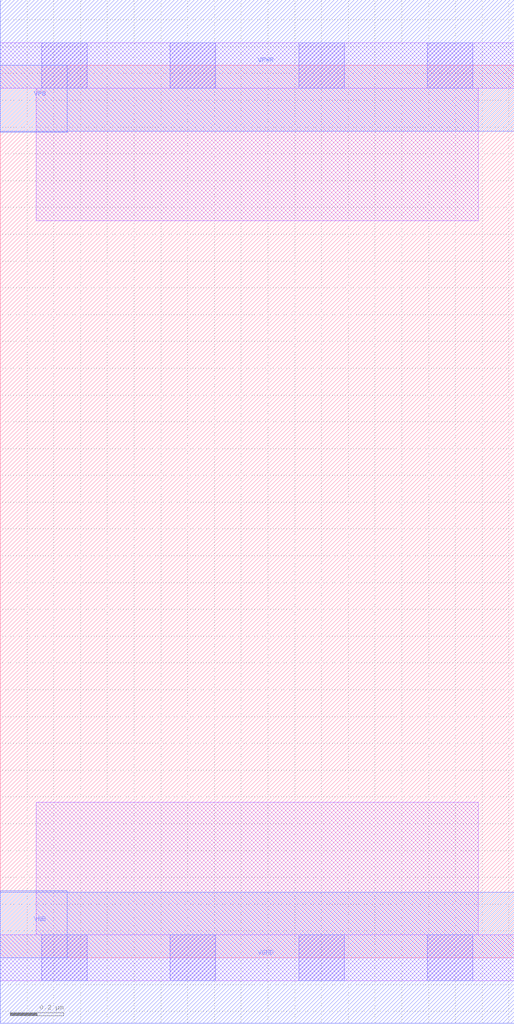
<source format=lef>
# Copyright 2020 The SkyWater PDK Authors
#
# Licensed under the Apache License, Version 2.0 (the "License");
# you may not use this file except in compliance with the License.
# You may obtain a copy of the License at
#
#     https://www.apache.org/licenses/LICENSE-2.0
#
# Unless required by applicable law or agreed to in writing, software
# distributed under the License is distributed on an "AS IS" BASIS,
# WITHOUT WARRANTIES OR CONDITIONS OF ANY KIND, either express or implied.
# See the License for the specific language governing permissions and
# limitations under the License.
#
# SPDX-License-Identifier: Apache-2.0

VERSION 5.5 ;
NAMESCASESENSITIVE ON ;
BUSBITCHARS "[]" ;
DIVIDERCHAR "/" ;
MACRO sky130_fd_sc_hs__fill_diode_4
  CLASS CORE ;
  SOURCE USER ;
  ORIGIN  0.000000  0.000000 ;
  SIZE  1.920000 BY  3.330000 ;
  SYMMETRY X Y ;
  SITE unit ;
  PIN VGND
    DIRECTION INOUT ;
    USE GROUND ;
    PORT
      LAYER met1 ;
        RECT 0.000000 -0.245000 1.920000 0.245000 ;
    END
  END VGND
  PIN VNB
    DIRECTION INOUT ;
    USE GROUND ;
    PORT
      LAYER met1 ;
        RECT 0.000000 0.000000 0.250000 0.250000 ;
    END
  END VNB
  PIN VPB
    DIRECTION INOUT ;
    USE POWER ;
    PORT
      LAYER met1 ;
        RECT 0.000000 3.080000 0.250000 3.330000 ;
    END
  END VPB
  PIN VPWR
    DIRECTION INOUT ;
    USE POWER ;
    PORT
      LAYER met1 ;
        RECT 0.000000 3.085000 1.920000 3.575000 ;
    END
  END VPWR
  OBS
    LAYER li1 ;
      RECT 0.000000 -0.085000 1.920000 0.085000 ;
      RECT 0.000000  3.245000 1.920000 3.415000 ;
      RECT 0.135000  0.085000 1.785000 0.580000 ;
      RECT 0.135000  2.750000 1.785000 3.245000 ;
    LAYER mcon ;
      RECT 0.155000 -0.085000 0.325000 0.085000 ;
      RECT 0.155000  3.245000 0.325000 3.415000 ;
      RECT 0.635000 -0.085000 0.805000 0.085000 ;
      RECT 0.635000  3.245000 0.805000 3.415000 ;
      RECT 1.115000 -0.085000 1.285000 0.085000 ;
      RECT 1.115000  3.245000 1.285000 3.415000 ;
      RECT 1.595000 -0.085000 1.765000 0.085000 ;
      RECT 1.595000  3.245000 1.765000 3.415000 ;
  END
END sky130_fd_sc_hs__fill_diode_4
END LIBRARY

</source>
